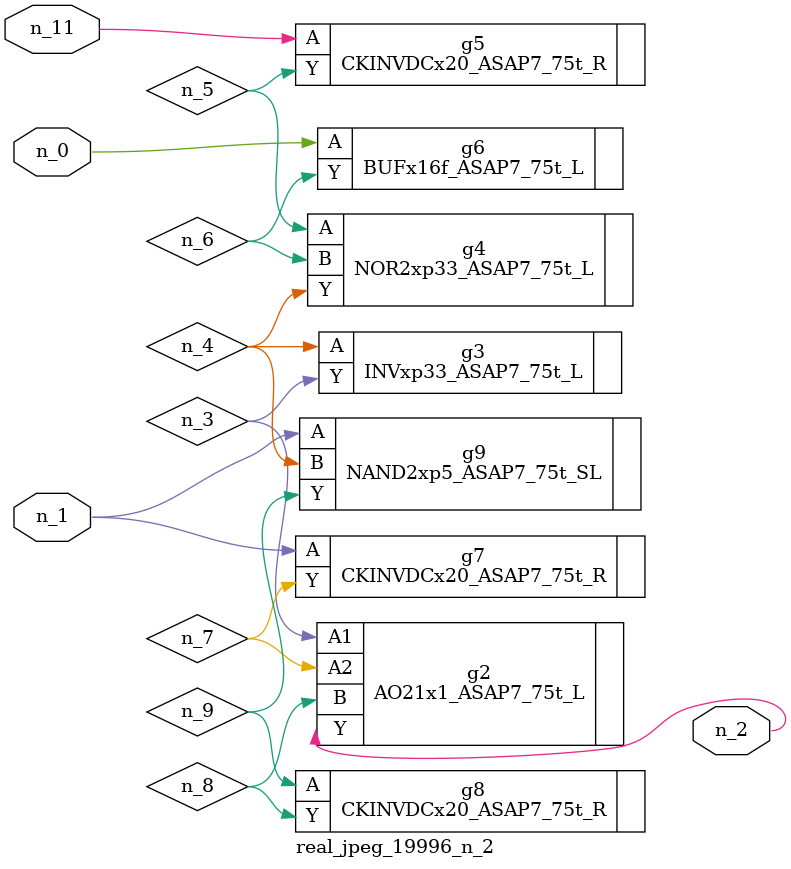
<source format=v>
module real_jpeg_19996_n_2 (n_1, n_11, n_0, n_2);

input n_1;
input n_11;
input n_0;

output n_2;

wire n_5;
wire n_4;
wire n_8;
wire n_6;
wire n_7;
wire n_3;
wire n_9;

BUFx16f_ASAP7_75t_L g6 ( 
.A(n_0),
.Y(n_6)
);

CKINVDCx20_ASAP7_75t_R g7 ( 
.A(n_1),
.Y(n_7)
);

NAND2xp5_ASAP7_75t_SL g9 ( 
.A(n_1),
.B(n_4),
.Y(n_9)
);

AO21x1_ASAP7_75t_L g2 ( 
.A1(n_3),
.A2(n_7),
.B(n_8),
.Y(n_2)
);

INVxp33_ASAP7_75t_L g3 ( 
.A(n_4),
.Y(n_3)
);

NOR2xp33_ASAP7_75t_L g4 ( 
.A(n_5),
.B(n_6),
.Y(n_4)
);

CKINVDCx20_ASAP7_75t_R g8 ( 
.A(n_9),
.Y(n_8)
);

CKINVDCx20_ASAP7_75t_R g5 ( 
.A(n_11),
.Y(n_5)
);


endmodule
</source>
